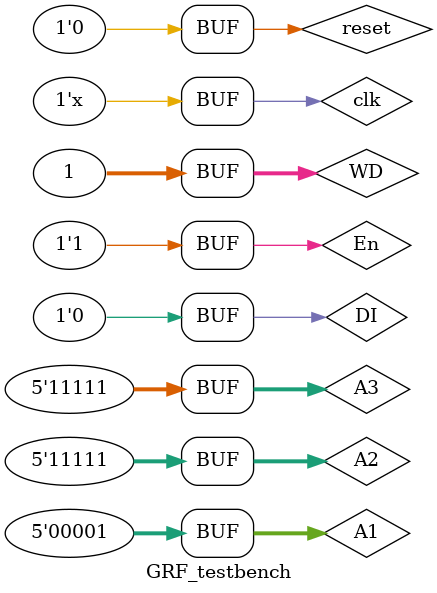
<source format=v>
`timescale 1ns / 1ps


module GRF_testbench;

	// Inputs
	reg clk;
	reg reset;
	reg [4:0] A1;
	reg [4:0] A2;
	reg [4:0] A3;
	reg [31:0] WD;
	reg En;

	// Outputs
	wire [31:0] BUSA;
	wire [31:0] BUSB;

	// Instantiate the Unit Under Test (UUT)
	GRF uut (
		.clk(clk), 
		.reset(reset), 
		.A1(A1), 
		.A2(A2), 
		.A3(A3), 
		.WD(WD), 
		.En(En), 
		.BUSA(BUSA), 
		.BUSB(BUSB)
	);

	initial begin
		// Initialize Inputs
		clk = 0;
		reset = 0;
		A1 = 0;
		A2 = 0;
		A3 = 0;
		DI = 0;
		En = 0;

		// Wait 100 ns for global reset to finish
		#100;
      
		//²âÊÔÊ¹ÄÜ¶Ë
		WD=32'h00000004;
		A3=5'b00001;
		A1=5'b00001;
		A2=5'b00010;
		#10
		// Add stimulus here
		En=1;
		WD=32'h00000008;
		#10
		//²âÊÔ±ßÔµ¼Ä´æÆ÷
		WD=32'h00000001;
		A3=5'b11111;
		A2=5'b11111;
	end
	
		always #5 clk=~clk;
      
endmodule


</source>
